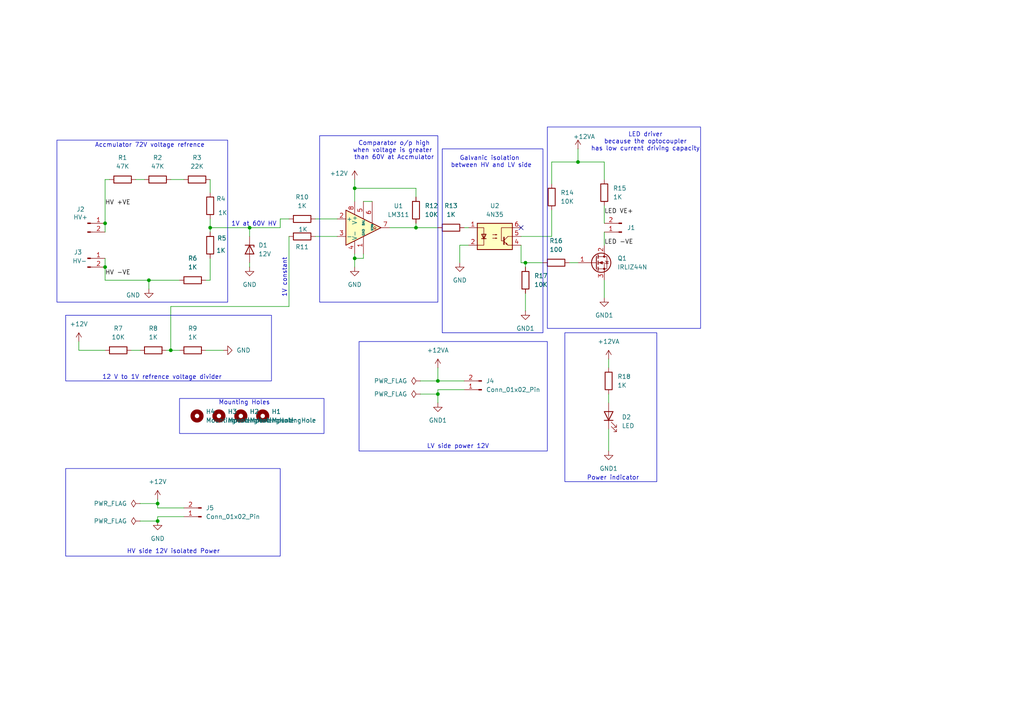
<source format=kicad_sch>
(kicad_sch (version 20231120) (generator "eeschema") (generator_version "8.0")
  (paper "A4")
  (lib_symbols
    (symbol "Comparator:LM311" (pin_names (offset 0.127))
      (property "Reference" "U" (at 3.81 6.35 0))
      (property "Value" "LM311" (at 3.81 3.81 0))
      (symbol "LM311_0_1"
        (polyline (pts (xy 5.08 0) (xy -5.08 5.08) (xy -5.08 -5.08) (xy 5.08 0)) (stroke (width 0.254)) (fill (type background)))
        (polyline (pts (xy 3.683 -0.381) (xy 3.302 -0.381) (xy 3.683 0) (xy 3.302 0.381) (xy 2.921 0) (xy 3.302 -0.381) (xy 2.921 -0.381)) (stroke (width 0.127)))
      )
      (symbol "LM311_1_1"
        (pin passive line (at 0 -7.62 90) (length 5.08) (name "GND") (number "1"))
        (pin input line (at -7.62 2.54 0) (length 2.54) (name "+") (number "2"))
        (pin input line (at -7.62 -2.54 0) (length 2.54) (name "-") (number "3"))
        (pin power_in line (at -2.54 -7.62 90) (length 3.81) (name "V-") (number "4"))
        (pin input line (at 0 7.62 270) (length 5.08) (name "BAL") (number "5"))
        (pin input line (at 2.54 7.62 270) (length 6.35) (name "STRB") (number "6"))
        (pin open_collector line (at 7.62 0 180) (length 2.54) (name "~") (number "7"))
        (pin power_in line (at -2.54 7.62 270) (length 3.81) (name "V+") (number "8"))
      )
    )
    (symbol "Connector:Conn_01x02_Pin" (pin_names (offset 1.016) hide)
      (property "Reference" "J" (at 0 2.54 0))
      (property "Value" "Conn_01x02_Pin" (at 0 -5.08 0))
      (symbol "Conn_01x02_Pin_1_1"
        (polyline (pts (xy 1.27 -2.54) (xy 0.8636 -2.54)) (stroke (width 0.1524)))
        (polyline (pts (xy 1.27 0) (xy 0.8636 0)) (stroke (width 0.1524)))
        (rectangle (start 0.8636 -2.413) (end 0 -2.667) (stroke (width 0.1524)) (fill (type outline)))
        (rectangle (start 0.8636 0.127) (end 0 -0.127) (stroke (width 0.1524)) (fill (type outline)))
        (pin passive line (at 5.08 0 180) (length 3.81) (name "Pin_1") (number "1"))
        (pin passive line (at 5.08 -2.54 180) (length 3.81) (name "Pin_2") (number "2"))
      )
    )
    (symbol "Device:D_Zener" (pin_numbers hide) (pin_names (offset 1.016) hide)
      (property "Reference" "D" (at 0 2.54 0))
      (property "Value" "D_Zener" (at 0 -2.54 0))
      (symbol "D_Zener_0_1"
        (polyline (pts (xy 1.27 0) (xy -1.27 0)))
        (polyline (pts (xy -1.27 -1.27) (xy -1.27 1.27) (xy -0.762 1.27)) (stroke (width 0.254)))
        (polyline (pts (xy 1.27 -1.27) (xy 1.27 1.27) (xy -1.27 0) (xy 1.27 -1.27)) (stroke (width 0.254)))
      )
      (symbol "D_Zener_1_1"
        (pin passive line (at -3.81 0 0) (length 2.54) (name "K") (number "1"))
        (pin passive line (at 3.81 0 180) (length 2.54) (name "A") (number "2"))
      )
    )
    (symbol "Device:LED" (pin_numbers hide) (pin_names (offset 1.016) hide)
      (property "Reference" "D" (at 0 2.54 0))
      (property "Value" "LED" (at 0 -2.54 0))
      (symbol "LED_0_1"
        (polyline (pts (xy -1.27 -1.27) (xy -1.27 1.27)) (stroke (width 0.254)))
        (polyline (pts (xy -1.27 0) (xy 1.27 0)))
        (polyline (pts (xy 1.27 -1.27) (xy 1.27 1.27) (xy -1.27 0) (xy 1.27 -1.27)) (stroke (width 0.254)))
        (polyline (pts (xy -3.048 -0.762) (xy -4.572 -2.286) (xy -3.81 -2.286) (xy -4.572 -2.286) (xy -4.572 -1.524)))
        (polyline (pts (xy -1.778 -0.762) (xy -3.302 -2.286) (xy -2.54 -2.286) (xy -3.302 -2.286) (xy -3.302 -1.524)))
      )
      (symbol "LED_1_1"
        (pin passive line (at -3.81 0 0) (length 2.54) (name "K") (number "1"))
        (pin passive line (at 3.81 0 180) (length 2.54) (name "A") (number "2"))
      )
    )
    (symbol "Device:R" (pin_numbers hide) (pin_names (offset 0))
      (property "Reference" "R" (at 2.032 0 90))
      (property "Value" "R" (at 0 0 90))
      (symbol "R_0_1"
        (rectangle (start -1.016 -2.54) (end 1.016 2.54) (stroke (width 0.254)))
      )
      (symbol "R_1_1"
        (pin passive line (at 0 3.81 270) (length 1.27) (name "~") (number "1"))
        (pin passive line (at 0 -3.81 90) (length 1.27) (name "~") (number "2"))
      )
    )
    (symbol "Isolator:4N35" (pin_names (offset 1.016))
      (property "Reference" "U" (at -5.08 5.08 0))
      (property "Value" "4N35" (at 0 5.08 0))
      (symbol "4N35_0_1"
        (rectangle (start -5.08 3.81) (end 5.08 -3.81) (stroke (width 0.254)) (fill (type background)))
        (polyline (pts (xy -3.81 -0.635) (xy -2.54 -0.635)) (stroke (width 0.254)))
        (polyline (pts (xy 2.667 -1.397) (xy 3.81 -2.54)))
        (polyline (pts (xy 2.667 -1.143) (xy 3.81 0)))
        (polyline (pts (xy 3.81 -2.54) (xy 5.08 -2.54)))
        (polyline (pts (xy 3.81 0) (xy 5.08 0)))
        (polyline (pts (xy 2.667 -0.254) (xy 2.667 -2.286) (xy 2.667 -2.286)) (stroke (width 0.3556)))
        (polyline (pts (xy -5.08 -2.54) (xy -3.175 -2.54) (xy -3.175 2.54) (xy -5.08 2.54)))
        (polyline (pts (xy -3.175 -0.635) (xy -3.81 0.635) (xy -2.54 0.635) (xy -3.175 -0.635)) (stroke (width 0.254)))
        (polyline (pts (xy 3.683 -2.413) (xy 3.429 -1.905) (xy 3.175 -2.159) (xy 3.683 -2.413)))
        (polyline (pts (xy 5.08 2.54) (xy 1.905 2.54) (xy 1.905 -1.27) (xy 2.54 -1.27)))
        (polyline (pts (xy -0.635 -0.508) (xy 0.635 -0.508) (xy 0.254 -0.635) (xy 0.254 -0.381) (xy 0.635 -0.508)))
        (polyline (pts (xy -0.635 0.508) (xy 0.635 0.508) (xy 0.254 0.381) (xy 0.254 0.635) (xy 0.635 0.508)))
      )
      (symbol "4N35_1_1"
        (pin passive line (at -7.62 2.54 0) (length 2.54) (name "~") (number "1"))
        (pin passive line (at -7.62 -2.54 0) (length 2.54) (name "~") (number "2"))
        (pin no_connect line (at -5.08 0 0) (length 2.54) hide (name "NC") (number "3"))
        (pin passive line (at 7.62 -2.54 180) (length 2.54) (name "~") (number "4"))
        (pin passive line (at 7.62 0 180) (length 2.54) (name "~") (number "5"))
        (pin passive line (at 7.62 2.54 180) (length 2.54) (name "~") (number "6"))
      )
    )
    (symbol "Mechanical:MountingHole" (pin_names (offset 1.016)) (exclude_from_sim yes) (in_bom no)
      (property "Reference" "H" (at 0 5.08 0))
      (property "Value" "MountingHole" (at 0 3.175 0))
      (symbol "MountingHole_0_1"
        (circle (center 0 0) (radius 1.27) (stroke (width 1.27)))
      )
    )
    (symbol "Transistor_FET:IRLIZ44N" (pin_names hide)
      (property "Reference" "Q" (at 5.08 1.905 0))
      (property "Value" "IRLIZ44N" (at 5.08 0 0))
      (symbol "IRLIZ44N_0_1"
        (polyline (pts (xy 0.254 0) (xy -2.54 0)))
        (polyline (pts (xy 0.254 1.905) (xy 0.254 -1.905)) (stroke (width 0.254)))
        (polyline (pts (xy 0.762 -1.27) (xy 0.762 -2.286)) (stroke (width 0.254)))
        (polyline (pts (xy 0.762 0.508) (xy 0.762 -0.508)) (stroke (width 0.254)))
        (polyline (pts (xy 0.762 2.286) (xy 0.762 1.27)) (stroke (width 0.254)))
        (polyline (pts (xy 2.54 2.54) (xy 2.54 1.778)))
        (polyline (pts (xy 2.54 -2.54) (xy 2.54 0) (xy 0.762 0)))
        (polyline (pts (xy 0.762 -1.778) (xy 3.302 -1.778) (xy 3.302 1.778) (xy 0.762 1.778)))
        (polyline (pts (xy 1.016 0) (xy 2.032 0.381) (xy 2.032 -0.381) (xy 1.016 0)) (fill (type outline)))
        (polyline (pts (xy 2.794 0.508) (xy 2.921 0.381) (xy 3.683 0.381) (xy 3.81 0.254)))
        (polyline (pts (xy 3.302 0.381) (xy 2.921 -0.254) (xy 3.683 -0.254) (xy 3.302 0.381)))
        (circle (center 1.651 0) (radius 2.794) (stroke (width 0.254)))
        (circle (center 2.54 -1.778) (radius 0.254) (fill (type outline)))
        (circle (center 2.54 1.778) (radius 0.254) (fill (type outline)))
      )
      (symbol "IRLIZ44N_1_1"
        (pin input line (at -5.08 0 0) (length 2.54) (name "G") (number "1"))
        (pin passive line (at 2.54 5.08 270) (length 2.54) (name "D") (number "2"))
        (pin passive line (at 2.54 -5.08 90) (length 2.54) (name "S") (number "3"))
      )
    )
    (symbol "power:+12V" (power) (pin_numbers hide) (pin_names (offset 0) hide)
      (property "Value" "+12V" (at 0 3.556 0))
      (symbol "+12V_0_1"
        (polyline (pts (xy -0.762 1.27) (xy 0 2.54)))
        (polyline (pts (xy 0 0) (xy 0 2.54)))
        (polyline (pts (xy 0 2.54) (xy 0.762 1.27)))
      )
      (symbol "+12V_1_1"
        (pin power_in line (at 0 0 90) (length 0) (name "~") (number "1"))
      )
    )
    (symbol "power:+12VA" (power) (pin_numbers hide) (pin_names (offset 0) hide)
      (property "Value" "+12VA" (at 0 3.556 0))
      (symbol "+12VA_0_1"
        (polyline (pts (xy -0.762 1.27) (xy 0 2.54)))
        (polyline (pts (xy 0 0) (xy 0 2.54)))
        (polyline (pts (xy 0 2.54) (xy 0.762 1.27)))
      )
      (symbol "+12VA_1_1"
        (pin power_in line (at 0 0 90) (length 0) (name "~") (number "1"))
      )
    )
    (symbol "power:GND" (power) (pin_numbers hide) (pin_names (offset 0) hide)
      (property "Value" "GND" (at 0 -3.81 0))
      (symbol "GND_0_1"
        (polyline (pts (xy 0 0) (xy 0 -1.27) (xy 1.27 -1.27) (xy 0 -2.54) (xy -1.27 -1.27) (xy 0 -1.27)))
      )
      (symbol "GND_1_1"
        (pin power_in line (at 0 0 270) (length 0) (name "~") (number "1"))
      )
    )
    (symbol "power:GND1" (power) (pin_numbers hide) (pin_names (offset 0) hide)
      (property "Value" "GND1" (at 0 -3.81 0))
      (symbol "GND1_0_1"
        (polyline (pts (xy 0 0) (xy 0 -1.27) (xy 1.27 -1.27) (xy 0 -2.54) (xy -1.27 -1.27) (xy 0 -1.27)))
      )
      (symbol "GND1_1_1"
        (pin power_in line (at 0 0 270) (length 0) (name "~") (number "1"))
      )
    )
    (symbol "power:PWR_FLAG" (power) (pin_numbers hide) (pin_names (offset 0) hide)
      (property "Value" "PWR_FLAG" (at 0 3.81 0))
      (symbol "PWR_FLAG_0_0"
        (pin power_out line (at 0 0 90) (length 0) (name "~") (number "1"))
      )
      (symbol "PWR_FLAG_0_1"
        (polyline (pts (xy 0 0) (xy 0 1.27) (xy -1.016 1.905) (xy 0 2.54) (xy 1.016 1.905) (xy 0 1.27)))
      )
    )
  )
  (junction (at 152.4 76.2))
  (junction (at 60.96 66.04))
  (junction (at 43.18 81.28))
  (junction (at 167.64 46.99))
  (junction (at 102.87 54.61))
  (junction (at 127 114.3))
  (junction (at 120.65 66.04))
  (junction (at 45.72 151.13))
  (junction (at 127 110.49))
  (junction (at 72.39 66.04))
  (junction (at 49.53 101.6))
  (junction (at 30.48 77.47))
  (junction (at 30.48 64.77))
  (junction (at 102.87 74.93))
  (junction (at 45.72 146.05))
  (no_connect (at 151.13 66.04))
  (wire (pts (xy 120.65 54.61) (xy 102.87 54.61)))
  (wire (pts (xy 43.18 81.28) (xy 43.18 83.82)))
  (wire (pts (xy 40.64 146.05) (xy 45.72 146.05)))
  (wire (pts (xy 91.44 63.5) (xy 97.79 63.5)))
  (wire (pts (xy 105.41 58.42) (xy 107.95 58.42)))
  (wire (pts (xy 102.87 74.93) (xy 102.87 77.47)))
  (wire (pts (xy 167.64 43.18) (xy 167.64 46.99)))
  (wire (pts (xy 127 106.68) (xy 127 110.49)))
  (wire (pts (xy 127 110.49) (xy 134.62 110.49)))
  (wire (pts (xy 105.41 73.66) (xy 105.41 74.93)))
  (wire (pts (xy 120.65 66.04) (xy 120.65 64.77)))
  (wire (pts (xy 152.4 76.2) (xy 157.48 76.2)))
  (wire (pts (xy 105.41 74.93) (xy 102.87 74.93)))
  (wire (pts (xy 121.92 114.3) (xy 127 114.3)))
  (wire (pts (xy 49.53 88.9) (xy 83.82 88.9)))
  (wire (pts (xy 175.26 46.99) (xy 175.26 52.07)))
  (wire (pts (xy 45.72 151.13) (xy 45.72 149.86)))
  (wire (pts (xy 152.4 85.09) (xy 152.4 90.17)))
  (wire (pts (xy 60.96 52.07) (xy 60.96 55.88)))
  (wire (pts (xy 49.53 101.6) (xy 52.07 101.6)))
  (wire (pts (xy 45.72 147.32) (xy 53.34 147.32)))
  (wire (pts (xy 40.64 151.13) (xy 45.72 151.13)))
  (wire (pts (xy 165.1 76.2) (xy 167.64 76.2)))
  (wire (pts (xy 43.18 81.28) (xy 30.48 81.28)))
  (wire (pts (xy 49.53 101.6) (xy 49.53 88.9)))
  (wire (pts (xy 175.26 59.69) (xy 175.26 64.77)))
  (wire (pts (xy 45.72 149.86) (xy 53.34 149.86)))
  (wire (pts (xy 81.28 66.04) (xy 72.39 66.04)))
  (wire (pts (xy 151.13 71.12) (xy 151.13 76.2)))
  (wire (pts (xy 59.69 101.6) (xy 64.77 101.6)))
  (wire (pts (xy 60.96 66.04) (xy 60.96 67.31)))
  (wire (pts (xy 60.96 74.93) (xy 60.96 81.28)))
  (wire (pts (xy 120.65 57.15) (xy 120.65 54.61)))
  (wire (pts (xy 120.65 66.04) (xy 127 66.04)))
  (wire (pts (xy 49.53 52.07) (xy 53.34 52.07)))
  (wire (pts (xy 176.53 124.46) (xy 176.53 130.81)))
  (wire (pts (xy 60.96 63.5) (xy 60.96 66.04)))
  (wire (pts (xy 45.72 144.78) (xy 45.72 146.05)))
  (wire (pts (xy 38.1 101.6) (xy 40.64 101.6)))
  (wire (pts (xy 30.48 64.77) (xy 30.48 67.31)))
  (wire (pts (xy 134.62 66.04) (xy 135.89 66.04)))
  (wire (pts (xy 83.82 88.9) (xy 83.82 68.58)))
  (wire (pts (xy 160.02 46.99) (xy 167.64 46.99)))
  (wire (pts (xy 72.39 68.58) (xy 72.39 66.04)))
  (wire (pts (xy 160.02 60.96) (xy 160.02 68.58)))
  (wire (pts (xy 45.72 146.05) (xy 45.72 147.32)))
  (wire (pts (xy 30.48 52.07) (xy 31.75 52.07)))
  (wire (pts (xy 152.4 76.2) (xy 152.4 77.47)))
  (wire (pts (xy 60.96 81.28) (xy 59.69 81.28)))
  (wire (pts (xy 133.35 71.12) (xy 135.89 71.12)))
  (wire (pts (xy 30.48 64.77) (xy 30.48 52.07)))
  (wire (pts (xy 102.87 73.66) (xy 102.87 74.93)))
  (wire (pts (xy 127 116.84) (xy 127 114.3)))
  (wire (pts (xy 81.28 63.5) (xy 81.28 66.04)))
  (wire (pts (xy 30.48 81.28) (xy 30.48 77.47)))
  (wire (pts (xy 22.86 101.6) (xy 30.48 101.6)))
  (wire (pts (xy 176.53 104.14) (xy 176.53 106.68)))
  (wire (pts (xy 127 113.03) (xy 134.62 113.03)))
  (wire (pts (xy 121.92 110.49) (xy 127 110.49)))
  (wire (pts (xy 176.53 114.3) (xy 176.53 116.84)))
  (wire (pts (xy 102.87 52.07) (xy 102.87 54.61)))
  (wire (pts (xy 91.44 68.58) (xy 97.79 68.58)))
  (wire (pts (xy 167.64 46.99) (xy 175.26 46.99)))
  (wire (pts (xy 133.35 76.2) (xy 133.35 71.12)))
  (wire (pts (xy 83.82 63.5) (xy 81.28 63.5)))
  (wire (pts (xy 22.86 99.06) (xy 22.86 101.6)))
  (wire (pts (xy 52.07 81.28) (xy 43.18 81.28)))
  (wire (pts (xy 39.37 52.07) (xy 41.91 52.07)))
  (wire (pts (xy 102.87 54.61) (xy 102.87 58.42)))
  (wire (pts (xy 48.26 101.6) (xy 49.53 101.6)))
  (wire (pts (xy 72.39 76.2) (xy 72.39 77.47)))
  (wire (pts (xy 160.02 68.58) (xy 151.13 68.58)))
  (wire (pts (xy 127 114.3) (xy 127 113.03)))
  (wire (pts (xy 160.02 53.34) (xy 160.02 46.99)))
  (wire (pts (xy 175.26 67.31) (xy 175.26 71.12)))
  (wire (pts (xy 151.13 76.2) (xy 152.4 76.2)))
  (wire (pts (xy 113.03 66.04) (xy 120.65 66.04)))
  (wire (pts (xy 30.48 74.93) (xy 30.48 77.47)))
  (wire (pts (xy 175.26 81.28) (xy 175.26 86.36)))
  (wire (pts (xy 72.39 66.04) (xy 60.96 66.04)))
  (rectangle (start 19.05 135.89) (end 81.28 161.29))
  (rectangle (start 104.14 99.06) (end 158.75 130.81))
  (rectangle (start 158.75 36.83) (end 203.2 95.25))
  (rectangle (start 92.71 39.37) (end 127 87.63))
  (rectangle (start 128.27 43.18) (end 157.48 96.52))
  (rectangle (start 16.51 40.64) (end 66.04 87.63))
  (rectangle (start 163.83 96.52) (end 190.5 139.7))
  (rectangle (start 19.05 91.44) (end 78.74 110.49))
  (rectangle (start 52.07 115.57) (end 93.98 125.73))
  (text "12 V to 1V refrence voltage divider" (at 46.99 109.474 0) (effects (font (size 1.27 1.27))))
  (text "1V at 60V HV\n" (at 73.66 65.024 0) (effects (font (size 1.27 1.27))))
  (text "Power indicator\n" (at 177.8 138.684 0) (effects (font (size 1.27 1.27))))
  (text "Galvanic isolation \nbetween HV and LV side" (at 142.494 46.99 0) (effects (font (size 1.27 1.27))))
  (text "Comparator o/p high\nwhen voltage is greater \nthan 60V at Accmulator\n" (at 114.3 43.688 0) (effects (font (size 1.27 1.27))))
  (text "Accmulator 72V voltage refrence \n" (at 43.942 42.164 0) (effects (font (size 1.27 1.27))))
  (text "1V constant" (at 82.55 80.518 90) (effects (font (size 1.27 1.27))))
  (text "LV side power 12V\n\n" (at 132.842 130.556 0) (effects (font (size 1.27 1.27))))
  (text "Mounting Holes" (at 70.866 116.84 0) (effects (font (size 1.27 1.27))))
  (text "HV side 12V isolated Power" (at 50.292 160.02 0) (effects (font (size 1.27 1.27))))
  (text "LED driver\nbecause the optocoupler\nhas low current driving capacity" (at 187.198 41.148 0) (effects (font (size 1.27 1.27))))
  (label "LED VE+" (at 175.26 62.23 0))
  (label "LED -VE" (at 175.26 71.12 0))
  (label "HV -VE" (at 30.48 80.01 0))
  (label "HV +VE" (at 30.48 59.69 0))
  (symbol (lib_id "power:GND") (at 133.35 76.2 0) (unit 1)
    (property "Reference" "#PWR07" (effects (hide yes)))
    (property "Value" "GND" (at 133.35 81.28 0))
    (property "Description" "Power symbol creates a global label with name \"GND\" , ground" (effects (hide yes)))
  )
  (symbol (lib_id "Device:R") (at 130.81 66.04 90) (unit 1)
    (property "Reference" "R13" (at 130.81 59.69 90))
    (property "Value" "1K" (at 130.81 62.23 90))
    (property "Footprint" "Resistor_THT:R_Axial_DIN0204_L3.6mm_D1.6mm_P7.62mm_Horizontal" (effects (hide yes)))
    (property "Description" "Resistor" (effects (hide yes)))
  )
  (symbol (lib_id "power:PWR_FLAG") (at 121.92 110.49 90) (unit 1)
    (property "Reference" "#FLG03" (effects (hide yes)))
    (property "Value" "PWR_FLAG" (at 118.11 110.4899 90) (effects (justify left)))
    (property "Description" "Special symbol for telling ERC where power comes from" (effects (hide yes)))
  )
  (symbol (lib_id "power:GND") (at 64.77 101.6 90) (unit 1)
    (property "Reference" "#PWR03" (effects (hide yes)))
    (property "Value" "GND" (at 68.58 101.5999 90) (effects (justify right)))
    (property "Description" "Power symbol creates a global label with name \"GND\" , ground" (effects (hide yes)))
  )
  (symbol (lib_id "Device:D_Zener") (at 72.39 72.39 270) (unit 1)
    (property "Reference" "D1" (at 74.93 71.1199 90) (effects (justify left)))
    (property "Value" "12V" (at 74.93 73.6599 90) (effects (justify left)))
    (property "Footprint" "Diode_THT:D_A-405_P10.16mm_Horizontal" (effects (hide yes)))
    (property "Description" "Zener diode" (effects (hide yes)))
  )
  (symbol (lib_id "Device:LED") (at 176.53 120.65 90) (unit 1)
    (property "Reference" "D2" (at 180.34 120.9674 90) (effects (justify right)))
    (property "Value" "LED" (at 180.34 123.5074 90) (effects (justify right)))
    (property "Footprint" "LED_THT:LED_D5.0mm" (effects (hide yes)))
    (property "Description" "Light emitting diode" (effects (hide yes)))
  )
  (symbol (lib_id "Device:R") (at 57.15 52.07 90) (unit 1)
    (property "Reference" "R3" (at 57.15 45.72 90))
    (property "Value" "22K" (at 57.15 48.26 90))
    (property "Footprint" "Resistor_THT:R_Axial_DIN0204_L3.6mm_D1.6mm_P7.62mm_Horizontal" (effects (hide yes)))
    (property "Description" "Resistor" (effects (hide yes)))
  )
  (symbol (lib_id "Device:R") (at 161.29 76.2 90) (unit 1)
    (property "Reference" "R16" (at 161.29 69.85 90))
    (property "Value" "100" (at 161.29 72.39 90))
    (property "Footprint" "Resistor_THT:R_Axial_DIN0204_L3.6mm_D1.6mm_P7.62mm_Horizontal" (effects (hide yes)))
    (property "Description" "Resistor" (effects (hide yes)))
  )
  (symbol (lib_id "Device:R") (at 35.56 52.07 90) (unit 1)
    (property "Reference" "R1" (at 35.56 45.72 90))
    (property "Value" "47K" (at 35.56 48.26 90))
    (property "Footprint" "Resistor_THT:R_Axial_DIN0204_L3.6mm_D1.6mm_P7.62mm_Horizontal" (effects (hide yes)))
    (property "Description" "Resistor" (effects (hide yes)))
  )
  (symbol (lib_id "Device:R") (at 120.65 60.96 0) (unit 1)
    (property "Reference" "R12" (at 123.19 59.6899 0) (effects (justify left)))
    (property "Value" "10K" (at 123.19 62.2299 0) (effects (justify left)))
    (property "Footprint" "Resistor_THT:R_Axial_DIN0204_L3.6mm_D1.6mm_P7.62mm_Horizontal" (effects (hide yes)))
    (property "Description" "Resistor" (effects (hide yes)))
  )
  (symbol (lib_id "Device:R") (at 87.63 63.5 270) (unit 1)
    (property "Reference" "R10" (at 87.63 57.15 90))
    (property "Value" "1K" (at 87.63 59.69 90))
    (property "Footprint" "Resistor_THT:R_Axial_DIN0204_L3.6mm_D1.6mm_P7.62mm_Horizontal" (effects (hide yes)))
    (property "Description" "Resistor" (effects (hide yes)))
  )
  (symbol (lib_id "power:GND1") (at 127 116.84 0) (unit 1)
    (property "Reference" "#PWR014" (effects (hide yes)))
    (property "Value" "GND1" (at 127 121.92 0))
    (property "Description" "Power symbol creates a global label with name \"GND1\" , ground" (effects (hide yes)))
  )
  (symbol (lib_id "Mechanical:MountingHole") (at 63.5 120.65 0) (unit 1) (exclude_from_sim yes) (in_bom no)
    (property "Reference" "H3" (at 66.04 119.3799 0) (effects (justify left)))
    (property "Value" "MountingHole" (at 66.04 121.9199 0) (effects (justify left)))
    (property "Footprint" "MountingHole:MountingHole_4.3mm_M4" (effects (hide yes)))
    (property "Description" "Mounting Hole without connection" (effects (hide yes)))
  )
  (symbol (lib_id "power:+12V") (at 102.87 52.07 0) (unit 1)
    (property "Reference" "#PWR05" (effects (hide yes)))
    (property "Value" "+12V" (at 98.298 50.292 0))
    (property "Description" "Power symbol creates a global label with name \"+12V\"" (effects (hide yes)))
  )
  (symbol (lib_id "power:GND") (at 102.87 77.47 0) (unit 1)
    (property "Reference" "#PWR06" (effects (hide yes)))
    (property "Value" "GND" (at 102.87 82.55 0))
    (property "Description" "Power symbol creates a global label with name \"GND\" , ground" (effects (hide yes)))
  )
  (symbol (lib_id "Device:R") (at 176.53 110.49 0) (unit 1)
    (property "Reference" "R18" (at 179.07 109.2199 0) (effects (justify left)))
    (property "Value" "1K" (at 179.07 111.7599 0) (effects (justify left)))
    (property "Footprint" "Resistor_THT:R_Axial_DIN0204_L3.6mm_D1.6mm_P7.62mm_Horizontal" (effects (hide yes)))
    (property "Description" "Resistor" (effects (hide yes)))
  )
  (symbol (lib_id "Device:R") (at 60.96 59.69 180) (unit 1)
    (property "Reference" "R4" (at 62.738 57.658 0) (effects (justify right)))
    (property "Value" "1K" (at 63.246 61.722 0) (effects (justify right)))
    (property "Footprint" "Resistor_THT:R_Axial_DIN0204_L3.6mm_D1.6mm_P7.62mm_Horizontal" (effects (hide yes)))
    (property "Description" "Resistor" (effects (hide yes)))
  )
  (symbol (lib_id "Device:R") (at 152.4 81.28 0) (unit 1)
    (property "Reference" "R17" (at 154.94 80.0099 0) (effects (justify left)))
    (property "Value" "10K" (at 154.94 82.5499 0) (effects (justify left)))
    (property "Footprint" "Resistor_THT:R_Axial_DIN0204_L3.6mm_D1.6mm_P7.62mm_Horizontal" (effects (hide yes)))
    (property "Description" "Resistor" (effects (hide yes)))
  )
  (symbol (lib_id "Connector:Conn_01x02_Pin") (at 58.42 149.86 180) (unit 1)
    (property "Reference" "J5" (at 59.69 147.3199 0) (effects (justify right)))
    (property "Value" "Conn_01x02_Pin" (at 59.69 149.8599 0) (effects (justify right)))
    (property "Footprint" "TerminalBlock_Phoenix:TerminalBlock_Phoenix_MKDS-1,5-2-5.08_1x02_P5.08mm_Horizontal" (effects (hide yes)))
    (property "Description" "Generic connector, single row, 01x02, script generated" (effects (hide yes)))
  )
  (symbol (lib_id "power:GND") (at 72.39 77.47 0) (unit 1)
    (property "Reference" "#PWR04" (effects (hide yes)))
    (property "Value" "GND" (at 72.39 82.55 0))
    (property "Description" "Power symbol creates a global label with name \"GND\" , ground" (effects (hide yes)))
  )
  (symbol (lib_id "power:+12VA") (at 176.53 104.14 0) (unit 1)
    (property "Reference" "#PWR015" (effects (hide yes)))
    (property "Value" "+12VA" (at 176.53 99.06 0))
    (property "Description" "Power symbol creates a global label with name \"+12VA\"" (effects (hide yes)))
  )
  (symbol (lib_id "Connector:Conn_01x02_Pin") (at 180.34 67.31 180) (unit 1)
    (property "Reference" "J1" (at 181.864 66.04 0) (effects (justify right)))
    (property "Value" "Conn_01x02_Pin" (effects (hide yes)))
    (property "Footprint" "TerminalBlock_Phoenix:TerminalBlock_Phoenix_MKDS-1,5-2-5.08_1x02_P5.08mm_Horizontal" (effects (hide yes)))
    (property "Description" "Generic connector, single row, 01x02, script generated" (effects (hide yes)))
  )
  (symbol (lib_id "power:PWR_FLAG") (at 40.64 146.05 90) (unit 1)
    (property "Reference" "#FLG01" (effects (hide yes)))
    (property "Value" "PWR_FLAG" (at 36.83 146.0499 90) (effects (justify left)))
    (property "Description" "Special symbol for telling ERC where power comes from" (effects (hide yes)))
  )
  (symbol (lib_id "Mechanical:MountingHole") (at 76.2 120.65 0) (unit 1) (exclude_from_sim yes) (in_bom no)
    (property "Reference" "H1" (at 78.74 119.3799 0) (effects (justify left)))
    (property "Value" "MountingHole" (at 78.74 121.9199 0) (effects (justify left)))
    (property "Footprint" "MountingHole:MountingHole_4.3mm_M4" (effects (hide yes)))
    (property "Description" "Mounting Hole without connection" (effects (hide yes)))
  )
  (symbol (lib_id "Device:R") (at 87.63 68.58 270) (unit 1)
    (property "Reference" "R11" (at 87.63 71.628 90))
    (property "Value" "1K" (at 87.884 66.548 90))
    (property "Footprint" "Resistor_THT:R_Axial_DIN0204_L3.6mm_D1.6mm_P7.62mm_Horizontal" (effects (hide yes)))
    (property "Description" "Resistor" (effects (hide yes)))
  )
  (symbol (lib_id "Device:R") (at 60.96 71.12 180) (unit 1)
    (property "Reference" "R5" (at 62.992 69.088 0) (effects (justify right)))
    (property "Value" "1K" (at 62.738 72.644 0) (effects (justify right)))
    (property "Footprint" "Resistor_THT:R_Axial_DIN0204_L3.6mm_D1.6mm_P7.62mm_Horizontal" (effects (hide yes)))
    (property "Description" "Resistor" (effects (hide yes)))
  )
  (symbol (lib_id "Transistor_FET:IRLIZ44N") (at 172.72 76.2 0) (unit 1)
    (property "Reference" "Q1" (at 179.07 74.9299 0) (effects (justify left)))
    (property "Value" "IRLIZ44N" (at 179.07 77.4699 0) (effects (justify left)))
    (property "Footprint" "Package_TO_SOT_THT:TO-220F-3_Vertical" (effects (hide yes)))
    (property "Datasheet" "http://www.irf.com/product-info/datasheets/data/irliz44n.pdf" (effects (hide yes)))
    (property "Description" "30A Id, 55V Vds, 22mOhm Rds, N-Channel HEXFET Power MOSFET, TO-220AB" (effects (hide yes)))
  )
  (symbol (lib_id "Device:R") (at 160.02 57.15 0) (unit 1)
    (property "Reference" "R14" (at 162.56 55.8799 0) (effects (justify left)))
    (property "Value" "10K" (at 162.56 58.4199 0) (effects (justify left)))
    (property "Footprint" "Resistor_THT:R_Axial_DIN0204_L3.6mm_D1.6mm_P7.62mm_Horizontal" (effects (hide yes)))
    (property "Description" "Resistor" (effects (hide yes)))
  )
  (symbol (lib_id "power:GND1") (at 152.4 90.17 0) (unit 1)
    (property "Reference" "#PWR08" (effects (hide yes)))
    (property "Value" "GND1" (at 152.4 95.25 0))
    (property "Description" "Power symbol creates a global label with name \"GND1\" , ground" (effects (hide yes)))
  )
  (symbol (lib_id "Device:R") (at 55.88 101.6 270) (unit 1)
    (property "Reference" "R9" (at 55.88 95.25 90))
    (property "Value" "1K" (at 55.88 97.79 90))
    (property "Footprint" "Resistor_THT:R_Axial_DIN0204_L3.6mm_D1.6mm_P7.62mm_Horizontal" (effects (hide yes)))
    (property "Description" "Resistor" (effects (hide yes)))
  )
  (symbol (lib_id "Connector:Conn_01x02_Pin") (at 25.4 74.93 0) (unit 1)
    (property "Reference" "J3" (at 22.606 73.152 0))
    (property "Value" "HV-" (at 23.114 75.692 0))
    (property "Footprint" "TerminalBlock_Phoenix:TerminalBlock_Phoenix_MKDS-1,5-2-5.08_1x02_P5.08mm_Horizontal" (effects (hide yes)))
    (property "Description" "Generic connector, single row, 01x02, script generated" (effects (hide yes)))
  )
  (symbol (lib_id "Device:R") (at 44.45 101.6 270) (unit 1)
    (property "Reference" "R8" (at 44.45 95.25 90))
    (property "Value" "1K" (at 44.45 97.79 90))
    (property "Footprint" "Resistor_THT:R_Axial_DIN0204_L3.6mm_D1.6mm_P7.62mm_Horizontal" (effects (hide yes)))
    (property "Description" "Resistor" (effects (hide yes)))
  )
  (symbol (lib_id "power:+12V") (at 45.72 144.78 0) (unit 1)
    (property "Reference" "#PWR011" (effects (hide yes)))
    (property "Value" "+12V" (at 45.72 139.7 0))
    (property "Description" "Power symbol creates a global label with name \"+12V\"" (effects (hide yes)))
  )
  (symbol (lib_id "Mechanical:MountingHole") (at 69.85 120.65 0) (unit 1) (exclude_from_sim yes) (in_bom no)
    (property "Reference" "H2" (at 72.39 119.3799 0) (effects (justify left)))
    (property "Value" "MountingHole" (at 72.39 121.9199 0) (effects (justify left)))
    (property "Footprint" "MountingHole:MountingHole_4.3mm_M4" (effects (hide yes)))
    (property "Description" "Mounting Hole without connection" (effects (hide yes)))
  )
  (symbol (lib_id "power:GND") (at 45.72 151.13 0) (unit 1)
    (property "Reference" "#PWR012" (effects (hide yes)))
    (property "Value" "GND" (at 45.72 156.21 0))
    (property "Description" "Power symbol creates a global label with name \"GND\" , ground" (effects (hide yes)))
  )
  (symbol (lib_id "Comparator:LM311") (at 105.41 66.04 0) (unit 1)
    (property "Reference" "U1" (at 115.57 59.7214 0))
    (property "Value" "LM311" (at 115.57 62.2614 0))
    (property "Footprint" "Package_DIP:CERDIP-8_W7.62mm_SideBrazed_LongPads" (effects (hide yes)))
    (property "Datasheet" "https://www.st.com/resource/en/datasheet/lm311.pdf" (effects (hide yes)))
    (property "Description" "Voltage Comparator, DIP-8/SOIC-8" (effects (hide yes)))
  )
  (symbol (lib_id "power:+12VA") (at 167.64 43.18 0) (unit 1)
    (property "Reference" "#PWR09" (effects (hide yes)))
    (property "Value" "+12VA" (at 169.418 39.624 0))
    (property "Description" "Power symbol creates a global label with name \"+12VA\"" (effects (hide yes)))
  )
  (symbol (lib_id "Device:R") (at 45.72 52.07 90) (unit 1)
    (property "Reference" "R2" (at 45.72 45.72 90))
    (property "Value" "47K" (at 45.72 48.26 90))
    (property "Footprint" "Resistor_THT:R_Axial_DIN0204_L3.6mm_D1.6mm_P7.62mm_Horizontal" (effects (hide yes)))
    (property "Description" "Resistor" (effects (hide yes)))
  )
  (symbol (lib_id "Connector:Conn_01x02_Pin") (at 25.4 64.77 0) (unit 1)
    (property "Reference" "J2" (at 23.368 60.706 0))
    (property "Value" "HV+" (at 23.368 62.992 0))
    (property "Footprint" "TerminalBlock_Phoenix:TerminalBlock_Phoenix_MKDS-1,5-2-5.08_1x02_P5.08mm_Horizontal" (effects (hide yes)))
    (property "Description" "Generic connector, single row, 01x02, script generated" (effects (hide yes)))
  )
  (symbol (lib_id "Isolator:4N35") (at 143.51 68.58 0) (unit 1)
    (property "Reference" "U2" (at 143.51 59.69 0))
    (property "Value" "4N35" (at 143.51 62.23 0))
    (property "Footprint" "Package_DIP:DIP-6_W7.62mm" (effects (hide yes)))
    (property "Datasheet" "https://www.vishay.com/docs/81181/4n35.pdf" (effects (hide yes)))
    (property "Description" "Optocoupler, Phototransistor Output, with Base Connection, Vce 70V, CTR 100%, Viso 5000V, DIP6" (effects (hide yes)))
  )
  (symbol (lib_id "Connector:Conn_01x02_Pin") (at 139.7 113.03 180) (unit 1)
    (property "Reference" "J4" (at 140.97 110.4899 0) (effects (justify right)))
    (property "Value" "Conn_01x02_Pin" (at 140.97 113.0299 0) (effects (justify right)))
    (property "Footprint" "TerminalBlock_Phoenix:TerminalBlock_Phoenix_MKDS-1,5-2-5.08_1x02_P5.08mm_Horizontal" (effects (hide yes)))
    (property "Description" "Generic connector, single row, 01x02, script generated" (effects (hide yes)))
  )
  (symbol (lib_id "Mechanical:MountingHole") (at 57.15 120.65 0) (unit 1) (exclude_from_sim yes) (in_bom no)
    (property "Reference" "H4" (at 59.69 119.3799 0) (effects (justify left)))
    (property "Value" "MountingHole" (at 59.69 121.9199 0) (effects (justify left)))
    (property "Footprint" "MountingHole:MountingHole_4.3mm_M4" (effects (hide yes)))
    (property "Description" "Mounting Hole without connection" (effects (hide yes)))
  )
  (symbol (lib_id "power:GND1") (at 176.53 130.81 0) (unit 1)
    (property "Reference" "#PWR016" (effects (hide yes)))
    (property "Value" "GND1" (at 176.53 135.89 0))
    (property "Description" "Power symbol creates a global label with name \"GND1\" , ground" (effects (hide yes)))
  )
  (symbol (lib_id "Device:R") (at 175.26 55.88 0) (unit 1)
    (property "Reference" "R15" (at 177.8 54.6099 0) (effects (justify left)))
    (property "Value" "1K" (at 177.8 57.1499 0) (effects (justify left)))
    (property "Footprint" "Resistor_THT:R_Axial_DIN0204_L3.6mm_D1.6mm_P7.62mm_Horizontal" (effects (hide yes)))
    (property "Description" "Resistor" (effects (hide yes)))
  )
  (symbol (lib_id "Device:R") (at 55.88 81.28 270) (unit 1)
    (property "Reference" "R6" (at 55.88 74.93 90))
    (property "Value" "1K" (at 55.88 77.47 90))
    (property "Footprint" "Resistor_THT:R_Axial_DIN0204_L3.6mm_D1.6mm_P7.62mm_Horizontal" (effects (hide yes)))
    (property "Description" "Resistor" (effects (hide yes)))
  )
  (symbol (lib_id "power:PWR_FLAG") (at 121.92 114.3 90) (unit 1)
    (property "Reference" "#FLG04" (effects (hide yes)))
    (property "Value" "PWR_FLAG" (at 118.11 114.2999 90) (effects (justify left)))
    (property "Description" "Special symbol for telling ERC where power comes from" (effects (hide yes)))
  )
  (symbol (lib_id "power:GND") (at 43.18 83.82 0) (unit 1)
    (property "Reference" "#PWR01" (effects (hide yes)))
    (property "Value" "GND" (at 38.608 85.598 0))
    (property "Description" "Power symbol creates a global label with name \"GND\" , ground" (effects (hide yes)))
  )
  (symbol (lib_id "power:+12V") (at 22.86 99.06 0) (unit 1)
    (property "Reference" "#PWR02" (effects (hide yes)))
    (property "Value" "+12V" (at 22.86 93.98 0))
    (property "Description" "Power symbol creates a global label with name \"+12V\"" (effects (hide yes)))
  )
  (symbol (lib_id "power:PWR_FLAG") (at 40.64 151.13 90) (unit 1)
    (property "Reference" "#FLG02" (effects (hide yes)))
    (property "Value" "PWR_FLAG" (at 36.83 151.1299 90) (effects (justify left)))
    (property "Description" "Special symbol for telling ERC where power comes from" (effects (hide yes)))
  )
  (symbol (lib_id "power:+12VA") (at 127 106.68 0) (unit 1)
    (property "Reference" "#PWR013" (effects (hide yes)))
    (property "Value" "+12VA" (at 127 101.6 0))
    (property "Description" "Power symbol creates a global label with name \"+12VA\"" (effects (hide yes)))
  )
  (symbol (lib_id "power:GND1") (at 175.26 86.36 0) (unit 1)
    (property "Reference" "#PWR010" (effects (hide yes)))
    (property "Value" "GND1" (at 175.26 91.44 0))
    (property "Description" "Power symbol creates a global label with name \"GND1\" , ground" (effects (hide yes)))
  )
  (symbol (lib_id "Device:R") (at 34.29 101.6 270) (unit 1)
    (property "Reference" "R7" (at 34.29 95.25 90))
    (property "Value" "10K" (at 34.29 97.79 90))
    (property "Footprint" "Resistor_THT:R_Axial_DIN0204_L3.6mm_D1.6mm_P7.62mm_Horizontal" (effects (hide yes)))
    (property "Description" "Resistor" (effects (hide yes)))
  )
)
</source>
